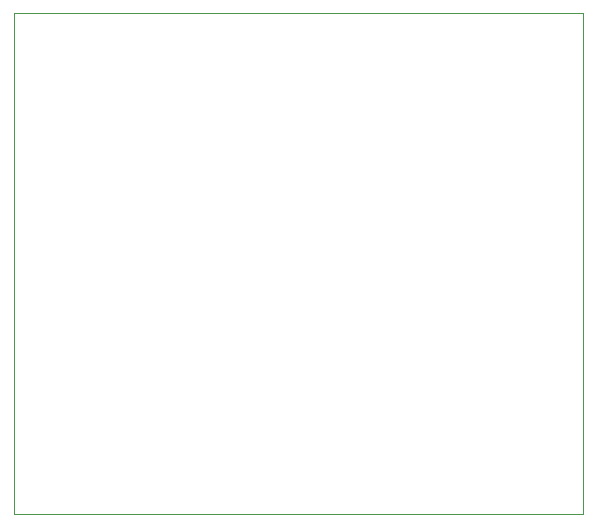
<source format=gko>
G75*
G70*
%OFA0B0*%
%FSLAX24Y24*%
%IPPOS*%
%LPD*%
%AMOC8*
5,1,8,0,0,1.08239X$1,22.5*
%
%ADD10C,0.0000*%
D10*
X000100Y000297D02*
X000100Y017024D01*
X019067Y017024D01*
X019067Y000297D01*
X000100Y000297D01*
M02*

</source>
